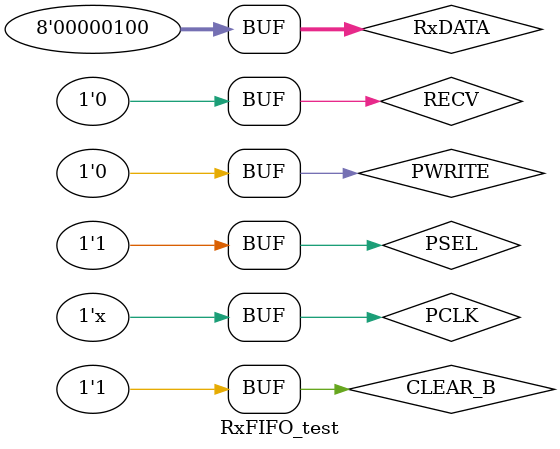
<source format=v>


module RxFIFO_test ();

reg 	PSEL,           //chip selection
		PWRITE,			//write signal		
		CLEAR_B,		//reset, clear all the pointer and data
		PCLK,			//clock from outside world
		RECV;			//the transmit logic is ready to send data
reg[7:0]    RxDATA;	    //input data[7:0]
wire[7:0] 	PRDATA;	//the data RECV to transmit logic
wire SSPTXINTR;		//full or not full
		
RxFIFO RxFIFO_tester (.PSEL(PSEL), .PWRITE(PWRITE), .RxDATA(RxDATA), .CLEAR_B(CLEAR_B), .PCLK(PCLK), .RECV(RECV), .PRDATA(PRDATA), .SSPTXINTR(SSPTXINTR));

initial 
begin
	//CLOCK
	PCLK = 0;
	//SELECT
	PSEL = 1;
	//RECV
	RECV = 0;
	//WRITE
	PWRITE = 0;
	//CLEAR
	CLEAR_B = 1;
	//DATA
	RxDATA = 8'b00000000;
	
	#10
	CLEAR_B = 0;
	#20
	CLEAR_B = 1;
	#20
	PWRITE = 1;
	#20
	RxDATA = 8'b00000001;
	#40
	RxDATA = 8'b00000010;
	#40
	RxDATA = 8'b00000011;
	#40
	RxDATA = 8'b00000100;
	#50
	RECV = 1; 
	#10
	RECV = ~RECV;
	#10
	RECV = ~RECV;
	#10
	RECV = ~RECV;
	#10
	RECV = ~RECV;
	#10
	RECV = ~RECV;
	#10
	RECV = ~RECV;
	#10
	RECV = ~RECV;
	#10
	RECV = ~RECV;
	#10
	RECV = ~RECV;
	#10
	RECV = ~RECV;
	#10
	RECV = ~RECV;
	#300
	PWRITE = 0;
end

always
begin
	#20 PCLK = ~PCLK; 
end

	
endmodule
</source>
